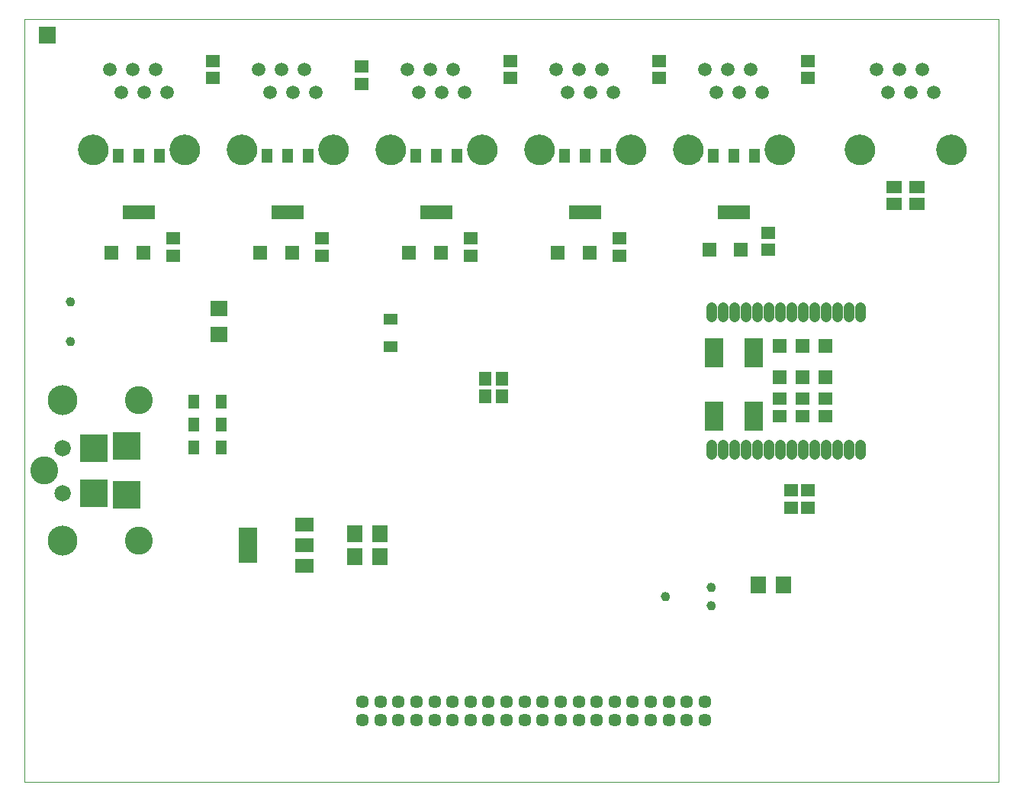
<source format=gbs>
G75*
%MOIN*%
%OFA0B0*%
%FSLAX24Y24*%
%IPPOS*%
%LPD*%
%AMOC8*
5,1,8,0,0,1.08239X$1,22.5*
%
%ADD10C,0.0000*%
%ADD11C,0.0591*%
%ADD12C,0.1320*%
%ADD13R,0.0552X0.0631*%
%ADD14R,0.0631X0.0552*%
%ADD15R,0.0631X0.0631*%
%ADD16R,0.0670X0.0749*%
%ADD17C,0.1221*%
%ADD18C,0.1306*%
%ADD19R,0.1221X0.1221*%
%ADD20C,0.0709*%
%ADD21C,0.0390*%
%ADD22R,0.0512X0.0591*%
%ADD23R,0.1418X0.0591*%
%ADD24R,0.0591X0.0512*%
%ADD25C,0.0394*%
%ADD26R,0.0749X0.0670*%
%ADD27R,0.0830X0.0630*%
%ADD28R,0.0830X0.1540*%
%ADD29R,0.0670X0.0552*%
%ADD30C,0.0453*%
%ADD31R,0.0790X0.1290*%
%ADD32C,0.0571*%
%ADD33R,0.0749X0.0749*%
D10*
X000450Y000330D02*
X000450Y033626D01*
X043020Y033626D01*
X043020Y000330D01*
X000450Y000330D01*
X001769Y012946D02*
X001771Y012982D01*
X001777Y013018D01*
X001787Y013053D01*
X001800Y013087D01*
X001817Y013119D01*
X001837Y013149D01*
X001861Y013176D01*
X001887Y013201D01*
X001916Y013223D01*
X001947Y013242D01*
X001980Y013257D01*
X002014Y013269D01*
X002050Y013277D01*
X002086Y013281D01*
X002122Y013281D01*
X002158Y013277D01*
X002194Y013269D01*
X002228Y013257D01*
X002261Y013242D01*
X002292Y013223D01*
X002321Y013201D01*
X002347Y013176D01*
X002371Y013149D01*
X002391Y013119D01*
X002408Y013087D01*
X002421Y013053D01*
X002431Y013018D01*
X002437Y012982D01*
X002439Y012946D01*
X002437Y012910D01*
X002431Y012874D01*
X002421Y012839D01*
X002408Y012805D01*
X002391Y012773D01*
X002371Y012743D01*
X002347Y012716D01*
X002321Y012691D01*
X002292Y012669D01*
X002261Y012650D01*
X002228Y012635D01*
X002194Y012623D01*
X002158Y012615D01*
X002122Y012611D01*
X002086Y012611D01*
X002050Y012615D01*
X002014Y012623D01*
X001980Y012635D01*
X001947Y012650D01*
X001916Y012669D01*
X001887Y012691D01*
X001861Y012716D01*
X001837Y012743D01*
X001817Y012773D01*
X001800Y012805D01*
X001787Y012839D01*
X001777Y012874D01*
X001771Y012910D01*
X001769Y012946D01*
X001769Y014914D02*
X001771Y014950D01*
X001777Y014986D01*
X001787Y015021D01*
X001800Y015055D01*
X001817Y015087D01*
X001837Y015117D01*
X001861Y015144D01*
X001887Y015169D01*
X001916Y015191D01*
X001947Y015210D01*
X001980Y015225D01*
X002014Y015237D01*
X002050Y015245D01*
X002086Y015249D01*
X002122Y015249D01*
X002158Y015245D01*
X002194Y015237D01*
X002228Y015225D01*
X002261Y015210D01*
X002292Y015191D01*
X002321Y015169D01*
X002347Y015144D01*
X002371Y015117D01*
X002391Y015087D01*
X002408Y015055D01*
X002421Y015021D01*
X002431Y014986D01*
X002437Y014950D01*
X002439Y014914D01*
X002437Y014878D01*
X002431Y014842D01*
X002421Y014807D01*
X002408Y014773D01*
X002391Y014741D01*
X002371Y014711D01*
X002347Y014684D01*
X002321Y014659D01*
X002292Y014637D01*
X002261Y014618D01*
X002228Y014603D01*
X002194Y014591D01*
X002158Y014583D01*
X002122Y014579D01*
X002086Y014579D01*
X002050Y014583D01*
X002014Y014591D01*
X001980Y014603D01*
X001947Y014618D01*
X001916Y014637D01*
X001887Y014659D01*
X001861Y014684D01*
X001837Y014711D01*
X001817Y014741D01*
X001800Y014773D01*
X001787Y014807D01*
X001777Y014842D01*
X001771Y014878D01*
X001769Y014914D01*
X002273Y019564D02*
X002275Y019590D01*
X002281Y019616D01*
X002291Y019641D01*
X002304Y019664D01*
X002320Y019684D01*
X002340Y019702D01*
X002362Y019717D01*
X002385Y019729D01*
X002411Y019737D01*
X002437Y019741D01*
X002463Y019741D01*
X002489Y019737D01*
X002515Y019729D01*
X002539Y019717D01*
X002560Y019702D01*
X002580Y019684D01*
X002596Y019664D01*
X002609Y019641D01*
X002619Y019616D01*
X002625Y019590D01*
X002627Y019564D01*
X002625Y019538D01*
X002619Y019512D01*
X002609Y019487D01*
X002596Y019464D01*
X002580Y019444D01*
X002560Y019426D01*
X002538Y019411D01*
X002515Y019399D01*
X002489Y019391D01*
X002463Y019387D01*
X002437Y019387D01*
X002411Y019391D01*
X002385Y019399D01*
X002361Y019411D01*
X002340Y019426D01*
X002320Y019444D01*
X002304Y019464D01*
X002291Y019487D01*
X002281Y019512D01*
X002275Y019538D01*
X002273Y019564D01*
X002273Y021296D02*
X002275Y021322D01*
X002281Y021348D01*
X002291Y021373D01*
X002304Y021396D01*
X002320Y021416D01*
X002340Y021434D01*
X002362Y021449D01*
X002385Y021461D01*
X002411Y021469D01*
X002437Y021473D01*
X002463Y021473D01*
X002489Y021469D01*
X002515Y021461D01*
X002539Y021449D01*
X002560Y021434D01*
X002580Y021416D01*
X002596Y021396D01*
X002609Y021373D01*
X002619Y021348D01*
X002625Y021322D01*
X002627Y021296D01*
X002625Y021270D01*
X002619Y021244D01*
X002609Y021219D01*
X002596Y021196D01*
X002580Y021176D01*
X002560Y021158D01*
X002538Y021143D01*
X002515Y021131D01*
X002489Y021123D01*
X002463Y021119D01*
X002437Y021119D01*
X002411Y021123D01*
X002385Y021131D01*
X002361Y021143D01*
X002340Y021158D01*
X002320Y021176D01*
X002304Y021196D01*
X002291Y021219D01*
X002281Y021244D01*
X002275Y021270D01*
X002273Y021296D01*
X002810Y027930D02*
X002812Y027980D01*
X002818Y028030D01*
X002828Y028079D01*
X002841Y028128D01*
X002859Y028175D01*
X002880Y028221D01*
X002904Y028264D01*
X002932Y028306D01*
X002963Y028346D01*
X002997Y028383D01*
X003034Y028417D01*
X003074Y028448D01*
X003116Y028476D01*
X003159Y028500D01*
X003205Y028521D01*
X003252Y028539D01*
X003301Y028552D01*
X003350Y028562D01*
X003400Y028568D01*
X003450Y028570D01*
X003500Y028568D01*
X003550Y028562D01*
X003599Y028552D01*
X003648Y028539D01*
X003695Y028521D01*
X003741Y028500D01*
X003784Y028476D01*
X003826Y028448D01*
X003866Y028417D01*
X003903Y028383D01*
X003937Y028346D01*
X003968Y028306D01*
X003996Y028264D01*
X004020Y028221D01*
X004041Y028175D01*
X004059Y028128D01*
X004072Y028079D01*
X004082Y028030D01*
X004088Y027980D01*
X004090Y027930D01*
X004088Y027880D01*
X004082Y027830D01*
X004072Y027781D01*
X004059Y027732D01*
X004041Y027685D01*
X004020Y027639D01*
X003996Y027596D01*
X003968Y027554D01*
X003937Y027514D01*
X003903Y027477D01*
X003866Y027443D01*
X003826Y027412D01*
X003784Y027384D01*
X003741Y027360D01*
X003695Y027339D01*
X003648Y027321D01*
X003599Y027308D01*
X003550Y027298D01*
X003500Y027292D01*
X003450Y027290D01*
X003400Y027292D01*
X003350Y027298D01*
X003301Y027308D01*
X003252Y027321D01*
X003205Y027339D01*
X003159Y027360D01*
X003116Y027384D01*
X003074Y027412D01*
X003034Y027443D01*
X002997Y027477D01*
X002963Y027514D01*
X002932Y027554D01*
X002904Y027596D01*
X002880Y027639D01*
X002859Y027685D01*
X002841Y027732D01*
X002828Y027781D01*
X002818Y027830D01*
X002812Y027880D01*
X002810Y027930D01*
X006810Y027930D02*
X006812Y027980D01*
X006818Y028030D01*
X006828Y028079D01*
X006841Y028128D01*
X006859Y028175D01*
X006880Y028221D01*
X006904Y028264D01*
X006932Y028306D01*
X006963Y028346D01*
X006997Y028383D01*
X007034Y028417D01*
X007074Y028448D01*
X007116Y028476D01*
X007159Y028500D01*
X007205Y028521D01*
X007252Y028539D01*
X007301Y028552D01*
X007350Y028562D01*
X007400Y028568D01*
X007450Y028570D01*
X007500Y028568D01*
X007550Y028562D01*
X007599Y028552D01*
X007648Y028539D01*
X007695Y028521D01*
X007741Y028500D01*
X007784Y028476D01*
X007826Y028448D01*
X007866Y028417D01*
X007903Y028383D01*
X007937Y028346D01*
X007968Y028306D01*
X007996Y028264D01*
X008020Y028221D01*
X008041Y028175D01*
X008059Y028128D01*
X008072Y028079D01*
X008082Y028030D01*
X008088Y027980D01*
X008090Y027930D01*
X008088Y027880D01*
X008082Y027830D01*
X008072Y027781D01*
X008059Y027732D01*
X008041Y027685D01*
X008020Y027639D01*
X007996Y027596D01*
X007968Y027554D01*
X007937Y027514D01*
X007903Y027477D01*
X007866Y027443D01*
X007826Y027412D01*
X007784Y027384D01*
X007741Y027360D01*
X007695Y027339D01*
X007648Y027321D01*
X007599Y027308D01*
X007550Y027298D01*
X007500Y027292D01*
X007450Y027290D01*
X007400Y027292D01*
X007350Y027298D01*
X007301Y027308D01*
X007252Y027321D01*
X007205Y027339D01*
X007159Y027360D01*
X007116Y027384D01*
X007074Y027412D01*
X007034Y027443D01*
X006997Y027477D01*
X006963Y027514D01*
X006932Y027554D01*
X006904Y027596D01*
X006880Y027639D01*
X006859Y027685D01*
X006841Y027732D01*
X006828Y027781D01*
X006818Y027830D01*
X006812Y027880D01*
X006810Y027930D01*
X009310Y027930D02*
X009312Y027980D01*
X009318Y028030D01*
X009328Y028079D01*
X009341Y028128D01*
X009359Y028175D01*
X009380Y028221D01*
X009404Y028264D01*
X009432Y028306D01*
X009463Y028346D01*
X009497Y028383D01*
X009534Y028417D01*
X009574Y028448D01*
X009616Y028476D01*
X009659Y028500D01*
X009705Y028521D01*
X009752Y028539D01*
X009801Y028552D01*
X009850Y028562D01*
X009900Y028568D01*
X009950Y028570D01*
X010000Y028568D01*
X010050Y028562D01*
X010099Y028552D01*
X010148Y028539D01*
X010195Y028521D01*
X010241Y028500D01*
X010284Y028476D01*
X010326Y028448D01*
X010366Y028417D01*
X010403Y028383D01*
X010437Y028346D01*
X010468Y028306D01*
X010496Y028264D01*
X010520Y028221D01*
X010541Y028175D01*
X010559Y028128D01*
X010572Y028079D01*
X010582Y028030D01*
X010588Y027980D01*
X010590Y027930D01*
X010588Y027880D01*
X010582Y027830D01*
X010572Y027781D01*
X010559Y027732D01*
X010541Y027685D01*
X010520Y027639D01*
X010496Y027596D01*
X010468Y027554D01*
X010437Y027514D01*
X010403Y027477D01*
X010366Y027443D01*
X010326Y027412D01*
X010284Y027384D01*
X010241Y027360D01*
X010195Y027339D01*
X010148Y027321D01*
X010099Y027308D01*
X010050Y027298D01*
X010000Y027292D01*
X009950Y027290D01*
X009900Y027292D01*
X009850Y027298D01*
X009801Y027308D01*
X009752Y027321D01*
X009705Y027339D01*
X009659Y027360D01*
X009616Y027384D01*
X009574Y027412D01*
X009534Y027443D01*
X009497Y027477D01*
X009463Y027514D01*
X009432Y027554D01*
X009404Y027596D01*
X009380Y027639D01*
X009359Y027685D01*
X009341Y027732D01*
X009328Y027781D01*
X009318Y027830D01*
X009312Y027880D01*
X009310Y027930D01*
X013310Y027930D02*
X013312Y027980D01*
X013318Y028030D01*
X013328Y028079D01*
X013341Y028128D01*
X013359Y028175D01*
X013380Y028221D01*
X013404Y028264D01*
X013432Y028306D01*
X013463Y028346D01*
X013497Y028383D01*
X013534Y028417D01*
X013574Y028448D01*
X013616Y028476D01*
X013659Y028500D01*
X013705Y028521D01*
X013752Y028539D01*
X013801Y028552D01*
X013850Y028562D01*
X013900Y028568D01*
X013950Y028570D01*
X014000Y028568D01*
X014050Y028562D01*
X014099Y028552D01*
X014148Y028539D01*
X014195Y028521D01*
X014241Y028500D01*
X014284Y028476D01*
X014326Y028448D01*
X014366Y028417D01*
X014403Y028383D01*
X014437Y028346D01*
X014468Y028306D01*
X014496Y028264D01*
X014520Y028221D01*
X014541Y028175D01*
X014559Y028128D01*
X014572Y028079D01*
X014582Y028030D01*
X014588Y027980D01*
X014590Y027930D01*
X014588Y027880D01*
X014582Y027830D01*
X014572Y027781D01*
X014559Y027732D01*
X014541Y027685D01*
X014520Y027639D01*
X014496Y027596D01*
X014468Y027554D01*
X014437Y027514D01*
X014403Y027477D01*
X014366Y027443D01*
X014326Y027412D01*
X014284Y027384D01*
X014241Y027360D01*
X014195Y027339D01*
X014148Y027321D01*
X014099Y027308D01*
X014050Y027298D01*
X014000Y027292D01*
X013950Y027290D01*
X013900Y027292D01*
X013850Y027298D01*
X013801Y027308D01*
X013752Y027321D01*
X013705Y027339D01*
X013659Y027360D01*
X013616Y027384D01*
X013574Y027412D01*
X013534Y027443D01*
X013497Y027477D01*
X013463Y027514D01*
X013432Y027554D01*
X013404Y027596D01*
X013380Y027639D01*
X013359Y027685D01*
X013341Y027732D01*
X013328Y027781D01*
X013318Y027830D01*
X013312Y027880D01*
X013310Y027930D01*
X015810Y027930D02*
X015812Y027980D01*
X015818Y028030D01*
X015828Y028079D01*
X015841Y028128D01*
X015859Y028175D01*
X015880Y028221D01*
X015904Y028264D01*
X015932Y028306D01*
X015963Y028346D01*
X015997Y028383D01*
X016034Y028417D01*
X016074Y028448D01*
X016116Y028476D01*
X016159Y028500D01*
X016205Y028521D01*
X016252Y028539D01*
X016301Y028552D01*
X016350Y028562D01*
X016400Y028568D01*
X016450Y028570D01*
X016500Y028568D01*
X016550Y028562D01*
X016599Y028552D01*
X016648Y028539D01*
X016695Y028521D01*
X016741Y028500D01*
X016784Y028476D01*
X016826Y028448D01*
X016866Y028417D01*
X016903Y028383D01*
X016937Y028346D01*
X016968Y028306D01*
X016996Y028264D01*
X017020Y028221D01*
X017041Y028175D01*
X017059Y028128D01*
X017072Y028079D01*
X017082Y028030D01*
X017088Y027980D01*
X017090Y027930D01*
X017088Y027880D01*
X017082Y027830D01*
X017072Y027781D01*
X017059Y027732D01*
X017041Y027685D01*
X017020Y027639D01*
X016996Y027596D01*
X016968Y027554D01*
X016937Y027514D01*
X016903Y027477D01*
X016866Y027443D01*
X016826Y027412D01*
X016784Y027384D01*
X016741Y027360D01*
X016695Y027339D01*
X016648Y027321D01*
X016599Y027308D01*
X016550Y027298D01*
X016500Y027292D01*
X016450Y027290D01*
X016400Y027292D01*
X016350Y027298D01*
X016301Y027308D01*
X016252Y027321D01*
X016205Y027339D01*
X016159Y027360D01*
X016116Y027384D01*
X016074Y027412D01*
X016034Y027443D01*
X015997Y027477D01*
X015963Y027514D01*
X015932Y027554D01*
X015904Y027596D01*
X015880Y027639D01*
X015859Y027685D01*
X015841Y027732D01*
X015828Y027781D01*
X015818Y027830D01*
X015812Y027880D01*
X015810Y027930D01*
X019810Y027930D02*
X019812Y027980D01*
X019818Y028030D01*
X019828Y028079D01*
X019841Y028128D01*
X019859Y028175D01*
X019880Y028221D01*
X019904Y028264D01*
X019932Y028306D01*
X019963Y028346D01*
X019997Y028383D01*
X020034Y028417D01*
X020074Y028448D01*
X020116Y028476D01*
X020159Y028500D01*
X020205Y028521D01*
X020252Y028539D01*
X020301Y028552D01*
X020350Y028562D01*
X020400Y028568D01*
X020450Y028570D01*
X020500Y028568D01*
X020550Y028562D01*
X020599Y028552D01*
X020648Y028539D01*
X020695Y028521D01*
X020741Y028500D01*
X020784Y028476D01*
X020826Y028448D01*
X020866Y028417D01*
X020903Y028383D01*
X020937Y028346D01*
X020968Y028306D01*
X020996Y028264D01*
X021020Y028221D01*
X021041Y028175D01*
X021059Y028128D01*
X021072Y028079D01*
X021082Y028030D01*
X021088Y027980D01*
X021090Y027930D01*
X021088Y027880D01*
X021082Y027830D01*
X021072Y027781D01*
X021059Y027732D01*
X021041Y027685D01*
X021020Y027639D01*
X020996Y027596D01*
X020968Y027554D01*
X020937Y027514D01*
X020903Y027477D01*
X020866Y027443D01*
X020826Y027412D01*
X020784Y027384D01*
X020741Y027360D01*
X020695Y027339D01*
X020648Y027321D01*
X020599Y027308D01*
X020550Y027298D01*
X020500Y027292D01*
X020450Y027290D01*
X020400Y027292D01*
X020350Y027298D01*
X020301Y027308D01*
X020252Y027321D01*
X020205Y027339D01*
X020159Y027360D01*
X020116Y027384D01*
X020074Y027412D01*
X020034Y027443D01*
X019997Y027477D01*
X019963Y027514D01*
X019932Y027554D01*
X019904Y027596D01*
X019880Y027639D01*
X019859Y027685D01*
X019841Y027732D01*
X019828Y027781D01*
X019818Y027830D01*
X019812Y027880D01*
X019810Y027930D01*
X022310Y027930D02*
X022312Y027980D01*
X022318Y028030D01*
X022328Y028079D01*
X022341Y028128D01*
X022359Y028175D01*
X022380Y028221D01*
X022404Y028264D01*
X022432Y028306D01*
X022463Y028346D01*
X022497Y028383D01*
X022534Y028417D01*
X022574Y028448D01*
X022616Y028476D01*
X022659Y028500D01*
X022705Y028521D01*
X022752Y028539D01*
X022801Y028552D01*
X022850Y028562D01*
X022900Y028568D01*
X022950Y028570D01*
X023000Y028568D01*
X023050Y028562D01*
X023099Y028552D01*
X023148Y028539D01*
X023195Y028521D01*
X023241Y028500D01*
X023284Y028476D01*
X023326Y028448D01*
X023366Y028417D01*
X023403Y028383D01*
X023437Y028346D01*
X023468Y028306D01*
X023496Y028264D01*
X023520Y028221D01*
X023541Y028175D01*
X023559Y028128D01*
X023572Y028079D01*
X023582Y028030D01*
X023588Y027980D01*
X023590Y027930D01*
X023588Y027880D01*
X023582Y027830D01*
X023572Y027781D01*
X023559Y027732D01*
X023541Y027685D01*
X023520Y027639D01*
X023496Y027596D01*
X023468Y027554D01*
X023437Y027514D01*
X023403Y027477D01*
X023366Y027443D01*
X023326Y027412D01*
X023284Y027384D01*
X023241Y027360D01*
X023195Y027339D01*
X023148Y027321D01*
X023099Y027308D01*
X023050Y027298D01*
X023000Y027292D01*
X022950Y027290D01*
X022900Y027292D01*
X022850Y027298D01*
X022801Y027308D01*
X022752Y027321D01*
X022705Y027339D01*
X022659Y027360D01*
X022616Y027384D01*
X022574Y027412D01*
X022534Y027443D01*
X022497Y027477D01*
X022463Y027514D01*
X022432Y027554D01*
X022404Y027596D01*
X022380Y027639D01*
X022359Y027685D01*
X022341Y027732D01*
X022328Y027781D01*
X022318Y027830D01*
X022312Y027880D01*
X022310Y027930D01*
X026310Y027930D02*
X026312Y027980D01*
X026318Y028030D01*
X026328Y028079D01*
X026341Y028128D01*
X026359Y028175D01*
X026380Y028221D01*
X026404Y028264D01*
X026432Y028306D01*
X026463Y028346D01*
X026497Y028383D01*
X026534Y028417D01*
X026574Y028448D01*
X026616Y028476D01*
X026659Y028500D01*
X026705Y028521D01*
X026752Y028539D01*
X026801Y028552D01*
X026850Y028562D01*
X026900Y028568D01*
X026950Y028570D01*
X027000Y028568D01*
X027050Y028562D01*
X027099Y028552D01*
X027148Y028539D01*
X027195Y028521D01*
X027241Y028500D01*
X027284Y028476D01*
X027326Y028448D01*
X027366Y028417D01*
X027403Y028383D01*
X027437Y028346D01*
X027468Y028306D01*
X027496Y028264D01*
X027520Y028221D01*
X027541Y028175D01*
X027559Y028128D01*
X027572Y028079D01*
X027582Y028030D01*
X027588Y027980D01*
X027590Y027930D01*
X027588Y027880D01*
X027582Y027830D01*
X027572Y027781D01*
X027559Y027732D01*
X027541Y027685D01*
X027520Y027639D01*
X027496Y027596D01*
X027468Y027554D01*
X027437Y027514D01*
X027403Y027477D01*
X027366Y027443D01*
X027326Y027412D01*
X027284Y027384D01*
X027241Y027360D01*
X027195Y027339D01*
X027148Y027321D01*
X027099Y027308D01*
X027050Y027298D01*
X027000Y027292D01*
X026950Y027290D01*
X026900Y027292D01*
X026850Y027298D01*
X026801Y027308D01*
X026752Y027321D01*
X026705Y027339D01*
X026659Y027360D01*
X026616Y027384D01*
X026574Y027412D01*
X026534Y027443D01*
X026497Y027477D01*
X026463Y027514D01*
X026432Y027554D01*
X026404Y027596D01*
X026380Y027639D01*
X026359Y027685D01*
X026341Y027732D01*
X026328Y027781D01*
X026318Y027830D01*
X026312Y027880D01*
X026310Y027930D01*
X028810Y027930D02*
X028812Y027980D01*
X028818Y028030D01*
X028828Y028079D01*
X028841Y028128D01*
X028859Y028175D01*
X028880Y028221D01*
X028904Y028264D01*
X028932Y028306D01*
X028963Y028346D01*
X028997Y028383D01*
X029034Y028417D01*
X029074Y028448D01*
X029116Y028476D01*
X029159Y028500D01*
X029205Y028521D01*
X029252Y028539D01*
X029301Y028552D01*
X029350Y028562D01*
X029400Y028568D01*
X029450Y028570D01*
X029500Y028568D01*
X029550Y028562D01*
X029599Y028552D01*
X029648Y028539D01*
X029695Y028521D01*
X029741Y028500D01*
X029784Y028476D01*
X029826Y028448D01*
X029866Y028417D01*
X029903Y028383D01*
X029937Y028346D01*
X029968Y028306D01*
X029996Y028264D01*
X030020Y028221D01*
X030041Y028175D01*
X030059Y028128D01*
X030072Y028079D01*
X030082Y028030D01*
X030088Y027980D01*
X030090Y027930D01*
X030088Y027880D01*
X030082Y027830D01*
X030072Y027781D01*
X030059Y027732D01*
X030041Y027685D01*
X030020Y027639D01*
X029996Y027596D01*
X029968Y027554D01*
X029937Y027514D01*
X029903Y027477D01*
X029866Y027443D01*
X029826Y027412D01*
X029784Y027384D01*
X029741Y027360D01*
X029695Y027339D01*
X029648Y027321D01*
X029599Y027308D01*
X029550Y027298D01*
X029500Y027292D01*
X029450Y027290D01*
X029400Y027292D01*
X029350Y027298D01*
X029301Y027308D01*
X029252Y027321D01*
X029205Y027339D01*
X029159Y027360D01*
X029116Y027384D01*
X029074Y027412D01*
X029034Y027443D01*
X028997Y027477D01*
X028963Y027514D01*
X028932Y027554D01*
X028904Y027596D01*
X028880Y027639D01*
X028859Y027685D01*
X028841Y027732D01*
X028828Y027781D01*
X028818Y027830D01*
X028812Y027880D01*
X028810Y027930D01*
X032810Y027930D02*
X032812Y027980D01*
X032818Y028030D01*
X032828Y028079D01*
X032841Y028128D01*
X032859Y028175D01*
X032880Y028221D01*
X032904Y028264D01*
X032932Y028306D01*
X032963Y028346D01*
X032997Y028383D01*
X033034Y028417D01*
X033074Y028448D01*
X033116Y028476D01*
X033159Y028500D01*
X033205Y028521D01*
X033252Y028539D01*
X033301Y028552D01*
X033350Y028562D01*
X033400Y028568D01*
X033450Y028570D01*
X033500Y028568D01*
X033550Y028562D01*
X033599Y028552D01*
X033648Y028539D01*
X033695Y028521D01*
X033741Y028500D01*
X033784Y028476D01*
X033826Y028448D01*
X033866Y028417D01*
X033903Y028383D01*
X033937Y028346D01*
X033968Y028306D01*
X033996Y028264D01*
X034020Y028221D01*
X034041Y028175D01*
X034059Y028128D01*
X034072Y028079D01*
X034082Y028030D01*
X034088Y027980D01*
X034090Y027930D01*
X034088Y027880D01*
X034082Y027830D01*
X034072Y027781D01*
X034059Y027732D01*
X034041Y027685D01*
X034020Y027639D01*
X033996Y027596D01*
X033968Y027554D01*
X033937Y027514D01*
X033903Y027477D01*
X033866Y027443D01*
X033826Y027412D01*
X033784Y027384D01*
X033741Y027360D01*
X033695Y027339D01*
X033648Y027321D01*
X033599Y027308D01*
X033550Y027298D01*
X033500Y027292D01*
X033450Y027290D01*
X033400Y027292D01*
X033350Y027298D01*
X033301Y027308D01*
X033252Y027321D01*
X033205Y027339D01*
X033159Y027360D01*
X033116Y027384D01*
X033074Y027412D01*
X033034Y027443D01*
X032997Y027477D01*
X032963Y027514D01*
X032932Y027554D01*
X032904Y027596D01*
X032880Y027639D01*
X032859Y027685D01*
X032841Y027732D01*
X032828Y027781D01*
X032818Y027830D01*
X032812Y027880D01*
X032810Y027930D01*
X036310Y027930D02*
X036312Y027980D01*
X036318Y028030D01*
X036328Y028079D01*
X036341Y028128D01*
X036359Y028175D01*
X036380Y028221D01*
X036404Y028264D01*
X036432Y028306D01*
X036463Y028346D01*
X036497Y028383D01*
X036534Y028417D01*
X036574Y028448D01*
X036616Y028476D01*
X036659Y028500D01*
X036705Y028521D01*
X036752Y028539D01*
X036801Y028552D01*
X036850Y028562D01*
X036900Y028568D01*
X036950Y028570D01*
X037000Y028568D01*
X037050Y028562D01*
X037099Y028552D01*
X037148Y028539D01*
X037195Y028521D01*
X037241Y028500D01*
X037284Y028476D01*
X037326Y028448D01*
X037366Y028417D01*
X037403Y028383D01*
X037437Y028346D01*
X037468Y028306D01*
X037496Y028264D01*
X037520Y028221D01*
X037541Y028175D01*
X037559Y028128D01*
X037572Y028079D01*
X037582Y028030D01*
X037588Y027980D01*
X037590Y027930D01*
X037588Y027880D01*
X037582Y027830D01*
X037572Y027781D01*
X037559Y027732D01*
X037541Y027685D01*
X037520Y027639D01*
X037496Y027596D01*
X037468Y027554D01*
X037437Y027514D01*
X037403Y027477D01*
X037366Y027443D01*
X037326Y027412D01*
X037284Y027384D01*
X037241Y027360D01*
X037195Y027339D01*
X037148Y027321D01*
X037099Y027308D01*
X037050Y027298D01*
X037000Y027292D01*
X036950Y027290D01*
X036900Y027292D01*
X036850Y027298D01*
X036801Y027308D01*
X036752Y027321D01*
X036705Y027339D01*
X036659Y027360D01*
X036616Y027384D01*
X036574Y027412D01*
X036534Y027443D01*
X036497Y027477D01*
X036463Y027514D01*
X036432Y027554D01*
X036404Y027596D01*
X036380Y027639D01*
X036359Y027685D01*
X036341Y027732D01*
X036328Y027781D01*
X036318Y027830D01*
X036312Y027880D01*
X036310Y027930D01*
X040310Y027930D02*
X040312Y027980D01*
X040318Y028030D01*
X040328Y028079D01*
X040341Y028128D01*
X040359Y028175D01*
X040380Y028221D01*
X040404Y028264D01*
X040432Y028306D01*
X040463Y028346D01*
X040497Y028383D01*
X040534Y028417D01*
X040574Y028448D01*
X040616Y028476D01*
X040659Y028500D01*
X040705Y028521D01*
X040752Y028539D01*
X040801Y028552D01*
X040850Y028562D01*
X040900Y028568D01*
X040950Y028570D01*
X041000Y028568D01*
X041050Y028562D01*
X041099Y028552D01*
X041148Y028539D01*
X041195Y028521D01*
X041241Y028500D01*
X041284Y028476D01*
X041326Y028448D01*
X041366Y028417D01*
X041403Y028383D01*
X041437Y028346D01*
X041468Y028306D01*
X041496Y028264D01*
X041520Y028221D01*
X041541Y028175D01*
X041559Y028128D01*
X041572Y028079D01*
X041582Y028030D01*
X041588Y027980D01*
X041590Y027930D01*
X041588Y027880D01*
X041582Y027830D01*
X041572Y027781D01*
X041559Y027732D01*
X041541Y027685D01*
X041520Y027639D01*
X041496Y027596D01*
X041468Y027554D01*
X041437Y027514D01*
X041403Y027477D01*
X041366Y027443D01*
X041326Y027412D01*
X041284Y027384D01*
X041241Y027360D01*
X041195Y027339D01*
X041148Y027321D01*
X041099Y027308D01*
X041050Y027298D01*
X041000Y027292D01*
X040950Y027290D01*
X040900Y027292D01*
X040850Y027298D01*
X040801Y027308D01*
X040752Y027321D01*
X040705Y027339D01*
X040659Y027360D01*
X040616Y027384D01*
X040574Y027412D01*
X040534Y027443D01*
X040497Y027477D01*
X040463Y027514D01*
X040432Y027554D01*
X040404Y027596D01*
X040380Y027639D01*
X040359Y027685D01*
X040341Y027732D01*
X040328Y027781D01*
X040318Y027830D01*
X040312Y027880D01*
X040310Y027930D01*
X030275Y008830D02*
X030277Y008856D01*
X030283Y008882D01*
X030292Y008906D01*
X030305Y008929D01*
X030322Y008949D01*
X030341Y008967D01*
X030363Y008982D01*
X030386Y008993D01*
X030411Y009001D01*
X030437Y009005D01*
X030463Y009005D01*
X030489Y009001D01*
X030514Y008993D01*
X030538Y008982D01*
X030559Y008967D01*
X030578Y008949D01*
X030595Y008929D01*
X030608Y008906D01*
X030617Y008882D01*
X030623Y008856D01*
X030625Y008830D01*
X030623Y008804D01*
X030617Y008778D01*
X030608Y008754D01*
X030595Y008731D01*
X030578Y008711D01*
X030559Y008693D01*
X030537Y008678D01*
X030514Y008667D01*
X030489Y008659D01*
X030463Y008655D01*
X030437Y008655D01*
X030411Y008659D01*
X030386Y008667D01*
X030362Y008678D01*
X030341Y008693D01*
X030322Y008711D01*
X030305Y008731D01*
X030292Y008754D01*
X030283Y008778D01*
X030277Y008804D01*
X030275Y008830D01*
X030275Y008030D02*
X030277Y008056D01*
X030283Y008082D01*
X030292Y008106D01*
X030305Y008129D01*
X030322Y008149D01*
X030341Y008167D01*
X030363Y008182D01*
X030386Y008193D01*
X030411Y008201D01*
X030437Y008205D01*
X030463Y008205D01*
X030489Y008201D01*
X030514Y008193D01*
X030538Y008182D01*
X030559Y008167D01*
X030578Y008149D01*
X030595Y008129D01*
X030608Y008106D01*
X030617Y008082D01*
X030623Y008056D01*
X030625Y008030D01*
X030623Y008004D01*
X030617Y007978D01*
X030608Y007954D01*
X030595Y007931D01*
X030578Y007911D01*
X030559Y007893D01*
X030537Y007878D01*
X030514Y007867D01*
X030489Y007859D01*
X030463Y007855D01*
X030437Y007855D01*
X030411Y007859D01*
X030386Y007867D01*
X030362Y007878D01*
X030341Y007893D01*
X030322Y007911D01*
X030305Y007931D01*
X030292Y007954D01*
X030283Y007978D01*
X030277Y008004D01*
X030275Y008030D01*
X028275Y008430D02*
X028277Y008456D01*
X028283Y008482D01*
X028292Y008506D01*
X028305Y008529D01*
X028322Y008549D01*
X028341Y008567D01*
X028363Y008582D01*
X028386Y008593D01*
X028411Y008601D01*
X028437Y008605D01*
X028463Y008605D01*
X028489Y008601D01*
X028514Y008593D01*
X028538Y008582D01*
X028559Y008567D01*
X028578Y008549D01*
X028595Y008529D01*
X028608Y008506D01*
X028617Y008482D01*
X028623Y008456D01*
X028625Y008430D01*
X028623Y008404D01*
X028617Y008378D01*
X028608Y008354D01*
X028595Y008331D01*
X028578Y008311D01*
X028559Y008293D01*
X028537Y008278D01*
X028514Y008267D01*
X028489Y008259D01*
X028463Y008255D01*
X028437Y008255D01*
X028411Y008259D01*
X028386Y008267D01*
X028362Y008278D01*
X028341Y008293D01*
X028322Y008311D01*
X028305Y008331D01*
X028292Y008354D01*
X028283Y008378D01*
X028277Y008404D01*
X028275Y008430D01*
D11*
X026200Y030430D03*
X025200Y030430D03*
X024200Y030430D03*
X023700Y031430D03*
X024700Y031430D03*
X025700Y031430D03*
X030200Y031430D03*
X031200Y031430D03*
X032200Y031430D03*
X031700Y030430D03*
X032700Y030430D03*
X030700Y030430D03*
X037700Y031430D03*
X038700Y031430D03*
X039700Y031430D03*
X039200Y030430D03*
X038200Y030430D03*
X040200Y030430D03*
X019700Y030430D03*
X018700Y030430D03*
X017700Y030430D03*
X017200Y031430D03*
X018200Y031430D03*
X019200Y031430D03*
X013200Y030430D03*
X012200Y030430D03*
X011200Y030430D03*
X010700Y031430D03*
X011700Y031430D03*
X012700Y031430D03*
X006700Y030430D03*
X005700Y030430D03*
X004700Y030430D03*
X004200Y031430D03*
X005200Y031430D03*
X006200Y031430D03*
D12*
X007450Y027930D03*
X009950Y027930D03*
X013950Y027930D03*
X016450Y027930D03*
X020450Y027930D03*
X022950Y027930D03*
X026950Y027930D03*
X029450Y027930D03*
X033450Y027930D03*
X036950Y027930D03*
X040950Y027930D03*
X003450Y027930D03*
D13*
X020576Y017930D03*
X021324Y017930D03*
X021324Y017180D03*
X020576Y017180D03*
D14*
X019950Y023306D03*
X019950Y024054D03*
X013450Y024054D03*
X013450Y023306D03*
X006950Y023306D03*
X006950Y024054D03*
X015200Y030806D03*
X015200Y031554D03*
X008700Y031804D03*
X008700Y031056D03*
X021700Y031056D03*
X021700Y031804D03*
X028200Y031804D03*
X028200Y031056D03*
X034700Y031056D03*
X034700Y031804D03*
X032950Y024304D03*
X032950Y023556D03*
X026450Y023306D03*
X026450Y024054D03*
X033450Y017054D03*
X033450Y016306D03*
X034450Y016306D03*
X034450Y017054D03*
X035450Y017054D03*
X035450Y016306D03*
X034700Y013054D03*
X033950Y013054D03*
X033950Y012306D03*
X034700Y012306D03*
D15*
X034450Y017991D03*
X033450Y017991D03*
X033450Y019369D03*
X034450Y019369D03*
X035450Y019369D03*
X035450Y017991D03*
X031764Y023555D03*
X030386Y023555D03*
X025139Y023430D03*
X023761Y023430D03*
X018639Y023430D03*
X017261Y023430D03*
X012139Y023430D03*
X010761Y023430D03*
X005639Y023430D03*
X004261Y023430D03*
D16*
X014899Y011180D03*
X016001Y011180D03*
X016001Y010180D03*
X014899Y010180D03*
X032524Y008930D03*
X033626Y008930D03*
D17*
X005450Y010859D03*
X001316Y013930D03*
X005450Y017001D03*
D18*
X002104Y017001D03*
X002104Y010859D03*
D19*
X003481Y012946D03*
X004919Y012867D03*
X004919Y014993D03*
X003481Y014914D03*
D20*
X002104Y014914D03*
X002104Y012946D03*
D21*
X028450Y008430D03*
X030450Y008030D03*
X030450Y008830D03*
D22*
X009041Y014930D03*
X007859Y014930D03*
X007859Y015930D03*
X009041Y015930D03*
X009041Y016930D03*
X007859Y016930D03*
X006360Y027650D03*
X005450Y027650D03*
X004540Y027650D03*
X011040Y027650D03*
X011950Y027650D03*
X012860Y027650D03*
X017540Y027650D03*
X018450Y027650D03*
X019360Y027650D03*
X024040Y027650D03*
X024950Y027650D03*
X025860Y027650D03*
X030540Y027650D03*
X031450Y027650D03*
X032360Y027650D03*
D23*
X031450Y025210D03*
X024950Y025210D03*
X018450Y025210D03*
X011950Y025210D03*
X005450Y025210D03*
D24*
X016450Y020521D03*
X016450Y019339D03*
D25*
X002450Y019564D03*
X002450Y021296D03*
D26*
X008950Y020981D03*
X008950Y019879D03*
D27*
X012690Y011570D03*
X012690Y010670D03*
X012690Y009770D03*
D28*
X010210Y010680D03*
D29*
X038450Y025556D03*
X038450Y026304D03*
X039450Y026304D03*
X039450Y025556D03*
D30*
X037000Y021037D02*
X037000Y020623D01*
X036500Y020623D02*
X036500Y021037D01*
X036000Y021037D02*
X036000Y020623D01*
X035500Y020623D02*
X035500Y021037D01*
X035000Y021037D02*
X035000Y020623D01*
X034500Y020623D02*
X034500Y021037D01*
X034000Y021037D02*
X034000Y020623D01*
X033500Y020623D02*
X033500Y021037D01*
X033000Y021037D02*
X033000Y020623D01*
X032500Y020623D02*
X032500Y021037D01*
X032000Y021037D02*
X032000Y020623D01*
X031500Y020623D02*
X031500Y021037D01*
X031000Y021037D02*
X031000Y020623D01*
X030500Y020623D02*
X030500Y021037D01*
X030500Y015037D02*
X030500Y014623D01*
X031000Y014623D02*
X031000Y015037D01*
X031500Y015037D02*
X031500Y014623D01*
X032000Y014623D02*
X032000Y015037D01*
X032500Y015037D02*
X032500Y014623D01*
X033000Y014623D02*
X033000Y015037D01*
X033500Y015037D02*
X033500Y014623D01*
X034000Y014623D02*
X034000Y015037D01*
X034500Y015037D02*
X034500Y014623D01*
X035000Y014623D02*
X035000Y015037D01*
X035500Y015037D02*
X035500Y014623D01*
X036000Y014623D02*
X036000Y015037D01*
X036500Y015037D02*
X036500Y014623D01*
X037000Y014623D02*
X037000Y015037D01*
D31*
X032325Y016305D03*
X030575Y016305D03*
X030575Y019055D03*
X032325Y019055D03*
D32*
X030180Y003824D03*
X029393Y003824D03*
X028606Y003824D03*
X027818Y003824D03*
X027031Y003824D03*
X026243Y003824D03*
X025456Y003824D03*
X024669Y003824D03*
X023881Y003824D03*
X023094Y003824D03*
X022306Y003824D03*
X021519Y003824D03*
X020731Y003824D03*
X019944Y003824D03*
X019157Y003824D03*
X018369Y003824D03*
X017582Y003824D03*
X016794Y003824D03*
X016007Y003824D03*
X015220Y003824D03*
X015220Y003036D03*
X016007Y003036D03*
X016794Y003036D03*
X017582Y003036D03*
X018369Y003036D03*
X019157Y003036D03*
X019944Y003036D03*
X020731Y003036D03*
X021519Y003036D03*
X022306Y003036D03*
X023094Y003036D03*
X023881Y003036D03*
X024669Y003036D03*
X025456Y003036D03*
X026243Y003036D03*
X027031Y003036D03*
X027818Y003036D03*
X028606Y003036D03*
X029393Y003036D03*
X030180Y003036D03*
D33*
X001450Y032930D03*
M02*

</source>
